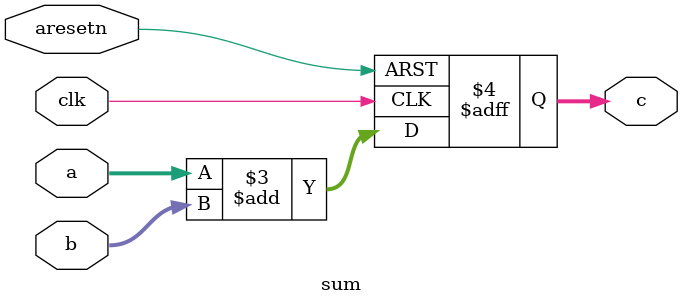
<source format=sv>
module sum (
    input  logic       clk,
    input  logic       aresetn,
    input  logic [7:0] a,
    input  logic [7:0] b,
    output logic [7:0] c
);

    always_ff @( posedge clk or negedge aresetn ) begin
        if(!aresetn) c <= 'b0;
        else c <= a + b;
    end

endmodule
</source>
